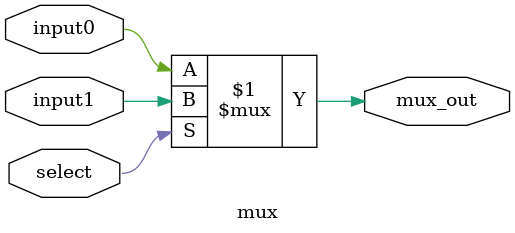
<source format=sv>
module mux(
    input   logic       input0,
    input   logic       input1,
    input   logic       select,
    output  logic       mux_out
);

assign mux_out = select ? input1 : input0;

endmodule

</source>
